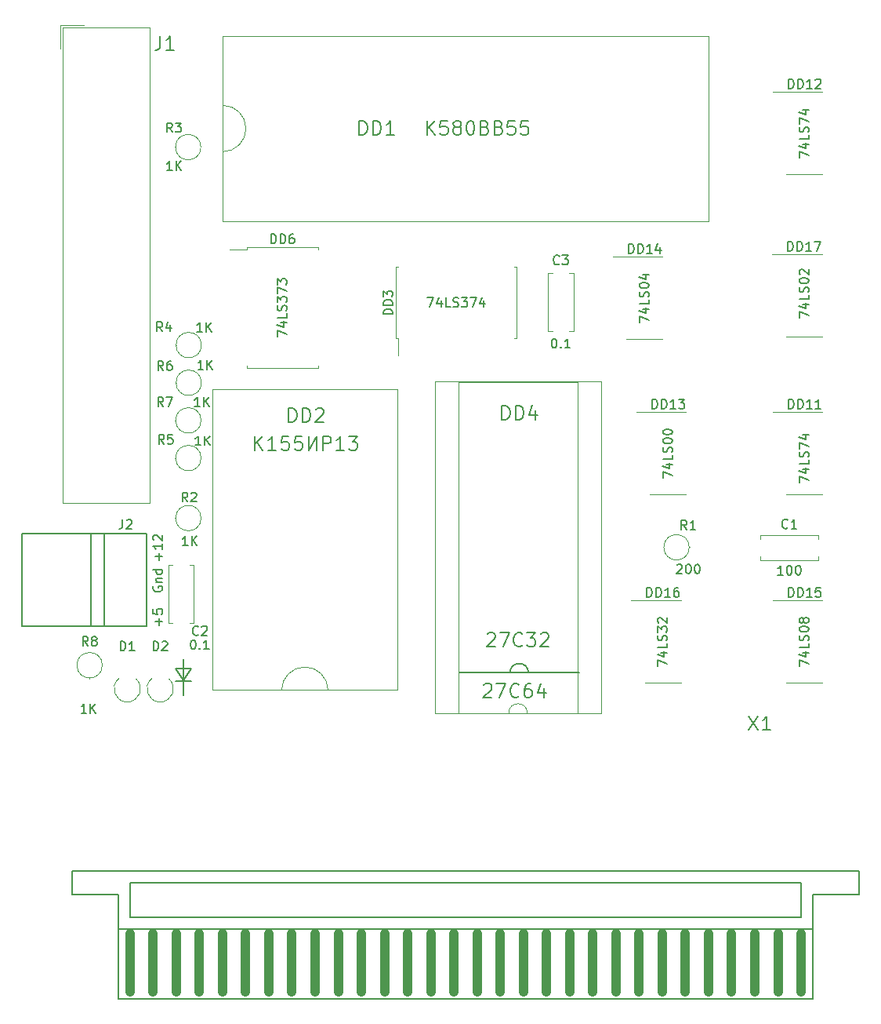
<source format=gbr>
G04 #@! TF.GenerationSoftware,KiCad,Pcbnew,(5.1.5)-3*
G04 #@! TF.CreationDate,2020-08-01T21:28:59-07:00*
G04 #@! TF.ProjectId,rk86kngmd,726b3836-6b6e-4676-9d64-2e6b69636164,rev?*
G04 #@! TF.SameCoordinates,Original*
G04 #@! TF.FileFunction,Legend,Top*
G04 #@! TF.FilePolarity,Positive*
%FSLAX46Y46*%
G04 Gerber Fmt 4.6, Leading zero omitted, Abs format (unit mm)*
G04 Created by KiCad (PCBNEW (5.1.5)-3) date 2020-08-01 21:28:59*
%MOMM*%
%LPD*%
G04 APERTURE LIST*
%ADD10C,0.150000*%
%ADD11C,0.127000*%
%ADD12C,0.120000*%
%ADD13C,1.000000*%
%ADD14C,0.200000*%
%ADD15C,0.010000*%
G04 APERTURE END LIST*
D10*
X91250000Y-118250000D02*
G75*
G02X93250000Y-118250000I1000000J0D01*
G01*
X98750000Y-118250000D02*
X85750000Y-118250000D01*
X55946500Y-116769600D02*
X55946500Y-120630400D01*
X55146400Y-119169900D02*
X56835500Y-119157200D01*
X55959200Y-119093700D02*
X55146400Y-117811000D01*
X56835500Y-117811000D02*
X55959200Y-119093700D01*
X55222600Y-117811000D02*
X56835500Y-117811000D01*
X52750000Y-108928857D02*
X52702380Y-109024095D01*
X52702380Y-109166952D01*
X52750000Y-109309809D01*
X52845238Y-109405047D01*
X52940476Y-109452666D01*
X53130952Y-109500285D01*
X53273809Y-109500285D01*
X53464285Y-109452666D01*
X53559523Y-109405047D01*
X53654761Y-109309809D01*
X53702380Y-109166952D01*
X53702380Y-109071714D01*
X53654761Y-108928857D01*
X53607142Y-108881238D01*
X53273809Y-108881238D01*
X53273809Y-109071714D01*
X53035714Y-108452666D02*
X53702380Y-108452666D01*
X53130952Y-108452666D02*
X53083333Y-108405047D01*
X53035714Y-108309809D01*
X53035714Y-108166952D01*
X53083333Y-108071714D01*
X53178571Y-108024095D01*
X53702380Y-108024095D01*
X53702380Y-107119333D02*
X52702380Y-107119333D01*
X53654761Y-107119333D02*
X53702380Y-107214571D01*
X53702380Y-107405047D01*
X53654761Y-107500285D01*
X53607142Y-107547904D01*
X53511904Y-107595523D01*
X53226190Y-107595523D01*
X53130952Y-107547904D01*
X53083333Y-107500285D01*
X53035714Y-107405047D01*
X53035714Y-107214571D01*
X53083333Y-107119333D01*
X53321428Y-113107142D02*
X53321428Y-112345238D01*
X53702380Y-112726190D02*
X52940476Y-112726190D01*
X52702380Y-111392857D02*
X52702380Y-111869047D01*
X53178571Y-111916666D01*
X53130952Y-111869047D01*
X53083333Y-111773809D01*
X53083333Y-111535714D01*
X53130952Y-111440476D01*
X53178571Y-111392857D01*
X53273809Y-111345238D01*
X53511904Y-111345238D01*
X53607142Y-111392857D01*
X53654761Y-111440476D01*
X53702380Y-111535714D01*
X53702380Y-111773809D01*
X53654761Y-111869047D01*
X53607142Y-111916666D01*
X53321428Y-106083333D02*
X53321428Y-105321428D01*
X53702380Y-105702380D02*
X52940476Y-105702380D01*
X53702380Y-104321428D02*
X53702380Y-104892857D01*
X53702380Y-104607142D02*
X52702380Y-104607142D01*
X52845238Y-104702380D01*
X52940476Y-104797619D01*
X52988095Y-104892857D01*
X52797619Y-103940476D02*
X52750000Y-103892857D01*
X52702380Y-103797619D01*
X52702380Y-103559523D01*
X52750000Y-103464285D01*
X52797619Y-103416666D01*
X52892857Y-103369047D01*
X52988095Y-103369047D01*
X53130952Y-103416666D01*
X53702380Y-103988095D01*
X53702380Y-103369047D01*
D11*
X47400000Y-103250000D02*
X47400000Y-113250000D01*
X46000000Y-103250000D02*
X46000000Y-113250000D01*
X47400000Y-103250000D02*
X52000000Y-103250000D01*
X46000000Y-103250000D02*
X47400000Y-103250000D01*
X38500000Y-103250000D02*
X46000000Y-103250000D01*
X38500000Y-113250000D02*
X38500000Y-103250000D01*
X46000000Y-113250000D02*
X38500000Y-113250000D01*
X47400000Y-113250000D02*
X46000000Y-113250000D01*
X52000000Y-113250000D02*
X47400000Y-113250000D01*
X52000000Y-103250000D02*
X52000000Y-113250000D01*
D12*
X97675000Y-75130000D02*
X98120000Y-75130000D01*
X95380000Y-75130000D02*
X95825000Y-75130000D01*
X97675000Y-81370000D02*
X98120000Y-81370000D01*
X95380000Y-81370000D02*
X95825000Y-81370000D01*
X98120000Y-81370000D02*
X98120000Y-75130000D01*
X95380000Y-81370000D02*
X95380000Y-75130000D01*
X56675000Y-106630000D02*
X57120000Y-106630000D01*
X54380000Y-106630000D02*
X54825000Y-106630000D01*
X56675000Y-112870000D02*
X57120000Y-112870000D01*
X54380000Y-112870000D02*
X54825000Y-112870000D01*
X57120000Y-112870000D02*
X57120000Y-106630000D01*
X54380000Y-112870000D02*
X54380000Y-106630000D01*
X83180000Y-122640000D02*
X101080000Y-122640000D01*
X83180000Y-86840000D02*
X83180000Y-122640000D01*
X101080000Y-86840000D02*
X83180000Y-86840000D01*
X101080000Y-122640000D02*
X101080000Y-86840000D01*
X85670000Y-122580000D02*
X91130000Y-122580000D01*
X85670000Y-86900000D02*
X85670000Y-122580000D01*
X98590000Y-86900000D02*
X85670000Y-86900000D01*
X98590000Y-122580000D02*
X98590000Y-86900000D01*
X93130000Y-122580000D02*
X98590000Y-122580000D01*
X91130000Y-122580000D02*
G75*
G02X93130000Y-122580000I1000000J0D01*
G01*
X45850000Y-118800000D02*
X45850000Y-118870000D01*
X47220000Y-117430000D02*
G75*
G03X47220000Y-117430000I-1370000J0D01*
G01*
X55148000Y-91014000D02*
X55078000Y-91014000D01*
X57888000Y-91014000D02*
G75*
G03X57888000Y-91014000I-1370000J0D01*
G01*
X55188600Y-86950000D02*
X55118600Y-86950000D01*
X57928600Y-86950000D02*
G75*
G03X57928600Y-86950000I-1370000J0D01*
G01*
X55148000Y-95078000D02*
X55078000Y-95078000D01*
X57888000Y-95078000D02*
G75*
G03X57888000Y-95078000I-1370000J0D01*
G01*
X55188600Y-82886000D02*
X55118600Y-82886000D01*
X57928600Y-82886000D02*
G75*
G03X57928600Y-82886000I-1370000J0D01*
G01*
X55122600Y-61524600D02*
X55052600Y-61524600D01*
X57862600Y-61524600D02*
G75*
G03X57862600Y-61524600I-1370000J0D01*
G01*
X55148000Y-101555000D02*
X55078000Y-101555000D01*
X57888000Y-101555000D02*
G75*
G03X57888000Y-101555000I-1370000J0D01*
G01*
X110620000Y-104705000D02*
X110690000Y-104705000D01*
X110620000Y-104705000D02*
G75*
G03X110620000Y-104705000I-1370000J0D01*
G01*
D13*
X122706000Y-146412000D02*
X122706000Y-152662000D01*
X120206000Y-146412000D02*
X120206000Y-152662000D01*
X117706000Y-146412000D02*
X117706000Y-152662000D01*
X115206000Y-146412000D02*
X115206000Y-152662000D01*
X112706000Y-146412000D02*
X112706000Y-152662000D01*
X110206000Y-146412000D02*
X110206000Y-152662000D01*
X107706000Y-146412000D02*
X107706000Y-152662000D01*
X105206000Y-146412000D02*
X105206000Y-152662000D01*
X102706000Y-146412000D02*
X102706000Y-152662000D01*
X100206000Y-146412000D02*
X100206000Y-152662000D01*
X97706000Y-146412000D02*
X97706000Y-152662000D01*
X95206000Y-146412000D02*
X95206000Y-152662000D01*
X92706000Y-146412000D02*
X92706000Y-152662000D01*
X90206000Y-146412000D02*
X90206000Y-152662000D01*
X87706000Y-146412000D02*
X87706000Y-152662000D01*
X85206000Y-146412000D02*
X85206000Y-152662000D01*
X82706000Y-146412000D02*
X82706000Y-152662000D01*
X80206000Y-146412000D02*
X80206000Y-152662000D01*
X77706000Y-146412000D02*
X77706000Y-152662000D01*
X75206000Y-146412000D02*
X75206000Y-152662000D01*
X72706000Y-146412000D02*
X72706000Y-152662000D01*
X70206000Y-146412000D02*
X70206000Y-152662000D01*
X67706000Y-146412000D02*
X67706000Y-152662000D01*
X65206000Y-146412000D02*
X65206000Y-152662000D01*
X62706000Y-146412000D02*
X62706000Y-152662000D01*
X60206000Y-146412000D02*
X60206000Y-152662000D01*
X57706000Y-146412000D02*
X57706000Y-152662000D01*
X55206000Y-146412000D02*
X55206000Y-152662000D01*
X52706000Y-146412000D02*
X52706000Y-152662000D01*
X50206000Y-146412000D02*
X50206000Y-152662000D01*
D14*
X43956000Y-139662000D02*
X128956000Y-139662000D01*
X128956000Y-139662000D02*
X128956000Y-142162000D01*
X128956000Y-142162000D02*
X123956000Y-142162000D01*
X123956000Y-142162000D02*
X123956000Y-145912000D01*
X123956000Y-145912000D02*
X48956000Y-145912000D01*
X48956000Y-145912000D02*
X48956000Y-142162000D01*
X48956000Y-142162000D02*
X43956000Y-142162000D01*
X43956000Y-142162000D02*
X43956000Y-139662000D01*
X123956000Y-145912000D02*
X123956000Y-153412000D01*
X123956000Y-153412000D02*
X48956000Y-153412000D01*
X48956000Y-153412000D02*
X48956000Y-145912000D01*
X50206000Y-140912000D02*
X50206000Y-144662000D01*
X50206000Y-144662000D02*
X122706000Y-144662000D01*
X122706000Y-144662000D02*
X122706000Y-140912000D01*
X122706000Y-140912000D02*
X50206000Y-140912000D01*
D12*
X124550000Y-105655000D02*
X124550000Y-106100000D01*
X124550000Y-103360000D02*
X124550000Y-103805000D01*
X118310000Y-105655000D02*
X118310000Y-106100000D01*
X118310000Y-103360000D02*
X118310000Y-103805000D01*
X118310000Y-106100000D02*
X124550000Y-106100000D01*
X118310000Y-103360000D02*
X124550000Y-103360000D01*
X123001000Y-73117000D02*
X119551000Y-73117000D01*
X123001000Y-73117000D02*
X124951000Y-73117000D01*
X123001000Y-81987000D02*
X121051000Y-81987000D01*
X123001000Y-81987000D02*
X124951000Y-81987000D01*
X107761000Y-110455000D02*
X104311000Y-110455000D01*
X107761000Y-110455000D02*
X109711000Y-110455000D01*
X107761000Y-119325000D02*
X105811000Y-119325000D01*
X107761000Y-119325000D02*
X109711000Y-119325000D01*
X123066000Y-110455000D02*
X119616000Y-110455000D01*
X123066000Y-110455000D02*
X125016000Y-110455000D01*
X123066000Y-119325000D02*
X121116000Y-119325000D01*
X123066000Y-119325000D02*
X125016000Y-119325000D01*
X105794000Y-73371000D02*
X102344000Y-73371000D01*
X105794000Y-73371000D02*
X107744000Y-73371000D01*
X105794000Y-82241000D02*
X103844000Y-82241000D01*
X105794000Y-82241000D02*
X107744000Y-82241000D01*
X108334000Y-90135000D02*
X104884000Y-90135000D01*
X108334000Y-90135000D02*
X110284000Y-90135000D01*
X108334000Y-99005000D02*
X106384000Y-99005000D01*
X108334000Y-99005000D02*
X110284000Y-99005000D01*
X123066000Y-55591000D02*
X119616000Y-55591000D01*
X123066000Y-55591000D02*
X125016000Y-55591000D01*
X123066000Y-64461000D02*
X121116000Y-64461000D01*
X123066000Y-64461000D02*
X125016000Y-64461000D01*
X123066000Y-90135000D02*
X119616000Y-90135000D01*
X123066000Y-90135000D02*
X125016000Y-90135000D01*
X123066000Y-99005000D02*
X121116000Y-99005000D01*
X123066000Y-99005000D02*
X125016000Y-99005000D01*
X62818000Y-72547000D02*
X61003000Y-72547000D01*
X62818000Y-72312000D02*
X62818000Y-72547000D01*
X66678000Y-72312000D02*
X62818000Y-72312000D01*
X70538000Y-72312000D02*
X70538000Y-72547000D01*
X66678000Y-72312000D02*
X70538000Y-72312000D01*
X62818000Y-85332000D02*
X62818000Y-85097000D01*
X66678000Y-85332000D02*
X62818000Y-85332000D01*
X70538000Y-85332000D02*
X70538000Y-85097000D01*
X66678000Y-85332000D02*
X70538000Y-85332000D01*
X79199000Y-82174000D02*
X79199000Y-83989000D01*
X78964000Y-82174000D02*
X79199000Y-82174000D01*
X78964000Y-78314000D02*
X78964000Y-82174000D01*
X78964000Y-74454000D02*
X79199000Y-74454000D01*
X78964000Y-78314000D02*
X78964000Y-74454000D01*
X91984000Y-82174000D02*
X91749000Y-82174000D01*
X91984000Y-78314000D02*
X91984000Y-82174000D01*
X91984000Y-74454000D02*
X91749000Y-74454000D01*
X91984000Y-78314000D02*
X91984000Y-74454000D01*
X54438866Y-118916150D02*
G75*
G02X52570000Y-118856761I-968866J-1053850D01*
G01*
X50882866Y-118916150D02*
G75*
G02X49014000Y-118856761I-968866J-1053850D01*
G01*
X42703000Y-48330000D02*
X45243000Y-48330000D01*
X42703000Y-48330000D02*
X42703000Y-50870000D01*
X42953000Y-48580000D02*
X52303000Y-48580000D01*
X42953000Y-99920000D02*
X42953000Y-48580000D01*
X52303000Y-99920000D02*
X42953000Y-99920000D01*
X52303000Y-48580000D02*
X52303000Y-99920000D01*
D15*
X79098000Y-87618000D02*
X79098000Y-120118000D01*
X59098000Y-87618000D02*
X79098000Y-87618000D01*
X59098000Y-120118000D02*
X59098000Y-87618000D01*
X79098000Y-120118000D02*
X59098000Y-120118000D01*
X71598000Y-120118000D02*
G75*
G03X69098000Y-117618000I-2500000J0D01*
G01*
X69098000Y-117618000D02*
G75*
G03X66598000Y-120118000I0J-2500000D01*
G01*
X62740000Y-59518000D02*
G75*
G03X60240000Y-57018000I-2500000J0D01*
G01*
X60240000Y-62018000D02*
G75*
G03X62740000Y-59518000I0J2500000D01*
G01*
X60240000Y-69518000D02*
X60240000Y-49518000D01*
X60240000Y-49518000D02*
X112740000Y-49518000D01*
X112740000Y-49518000D02*
X112740000Y-69518000D01*
X112740000Y-69518000D02*
X60240000Y-69518000D01*
D10*
X49416666Y-101702380D02*
X49416666Y-102416666D01*
X49369047Y-102559523D01*
X49273809Y-102654761D01*
X49130952Y-102702380D01*
X49035714Y-102702380D01*
X49845238Y-101797619D02*
X49892857Y-101750000D01*
X49988095Y-101702380D01*
X50226190Y-101702380D01*
X50321428Y-101750000D01*
X50369047Y-101797619D01*
X50416666Y-101892857D01*
X50416666Y-101988095D01*
X50369047Y-102130952D01*
X49797619Y-102702380D01*
X50416666Y-102702380D01*
X96583333Y-74107142D02*
X96535714Y-74154761D01*
X96392857Y-74202380D01*
X96297619Y-74202380D01*
X96154761Y-74154761D01*
X96059523Y-74059523D01*
X96011904Y-73964285D01*
X95964285Y-73773809D01*
X95964285Y-73630952D01*
X96011904Y-73440476D01*
X96059523Y-73345238D01*
X96154761Y-73250000D01*
X96297619Y-73202380D01*
X96392857Y-73202380D01*
X96535714Y-73250000D01*
X96583333Y-73297619D01*
X96916666Y-73202380D02*
X97535714Y-73202380D01*
X97202380Y-73583333D01*
X97345238Y-73583333D01*
X97440476Y-73630952D01*
X97488095Y-73678571D01*
X97535714Y-73773809D01*
X97535714Y-74011904D01*
X97488095Y-74107142D01*
X97440476Y-74154761D01*
X97345238Y-74202380D01*
X97059523Y-74202380D01*
X96964285Y-74154761D01*
X96916666Y-74107142D01*
X95988095Y-82202380D02*
X96083333Y-82202380D01*
X96178571Y-82250000D01*
X96226190Y-82297619D01*
X96273809Y-82392857D01*
X96321428Y-82583333D01*
X96321428Y-82821428D01*
X96273809Y-83011904D01*
X96226190Y-83107142D01*
X96178571Y-83154761D01*
X96083333Y-83202380D01*
X95988095Y-83202380D01*
X95892857Y-83154761D01*
X95845238Y-83107142D01*
X95797619Y-83011904D01*
X95750000Y-82821428D01*
X95750000Y-82583333D01*
X95797619Y-82392857D01*
X95845238Y-82297619D01*
X95892857Y-82250000D01*
X95988095Y-82202380D01*
X96750000Y-83107142D02*
X96797619Y-83154761D01*
X96750000Y-83202380D01*
X96702380Y-83154761D01*
X96750000Y-83107142D01*
X96750000Y-83202380D01*
X97750000Y-83202380D02*
X97178571Y-83202380D01*
X97464285Y-83202380D02*
X97464285Y-82202380D01*
X97369047Y-82345238D01*
X97273809Y-82440476D01*
X97178571Y-82488095D01*
X57583333Y-114107142D02*
X57535714Y-114154761D01*
X57392857Y-114202380D01*
X57297619Y-114202380D01*
X57154761Y-114154761D01*
X57059523Y-114059523D01*
X57011904Y-113964285D01*
X56964285Y-113773809D01*
X56964285Y-113630952D01*
X57011904Y-113440476D01*
X57059523Y-113345238D01*
X57154761Y-113250000D01*
X57297619Y-113202380D01*
X57392857Y-113202380D01*
X57535714Y-113250000D01*
X57583333Y-113297619D01*
X57964285Y-113297619D02*
X58011904Y-113250000D01*
X58107142Y-113202380D01*
X58345238Y-113202380D01*
X58440476Y-113250000D01*
X58488095Y-113297619D01*
X58535714Y-113392857D01*
X58535714Y-113488095D01*
X58488095Y-113630952D01*
X57916666Y-114202380D01*
X58535714Y-114202380D01*
X56988095Y-114702380D02*
X57083333Y-114702380D01*
X57178571Y-114750000D01*
X57226190Y-114797619D01*
X57273809Y-114892857D01*
X57321428Y-115083333D01*
X57321428Y-115321428D01*
X57273809Y-115511904D01*
X57226190Y-115607142D01*
X57178571Y-115654761D01*
X57083333Y-115702380D01*
X56988095Y-115702380D01*
X56892857Y-115654761D01*
X56845238Y-115607142D01*
X56797619Y-115511904D01*
X56750000Y-115321428D01*
X56750000Y-115083333D01*
X56797619Y-114892857D01*
X56845238Y-114797619D01*
X56892857Y-114750000D01*
X56988095Y-114702380D01*
X57750000Y-115607142D02*
X57797619Y-115654761D01*
X57750000Y-115702380D01*
X57702380Y-115654761D01*
X57750000Y-115607142D01*
X57750000Y-115702380D01*
X58750000Y-115702380D02*
X58178571Y-115702380D01*
X58464285Y-115702380D02*
X58464285Y-114702380D01*
X58369047Y-114845238D01*
X58273809Y-114940476D01*
X58178571Y-114988095D01*
X90392857Y-90928571D02*
X90392857Y-89428571D01*
X90750000Y-89428571D01*
X90964285Y-89500000D01*
X91107142Y-89642857D01*
X91178571Y-89785714D01*
X91250000Y-90071428D01*
X91250000Y-90285714D01*
X91178571Y-90571428D01*
X91107142Y-90714285D01*
X90964285Y-90857142D01*
X90750000Y-90928571D01*
X90392857Y-90928571D01*
X91892857Y-90928571D02*
X91892857Y-89428571D01*
X92250000Y-89428571D01*
X92464285Y-89500000D01*
X92607142Y-89642857D01*
X92678571Y-89785714D01*
X92750000Y-90071428D01*
X92750000Y-90285714D01*
X92678571Y-90571428D01*
X92607142Y-90714285D01*
X92464285Y-90857142D01*
X92250000Y-90928571D01*
X91892857Y-90928571D01*
X94035714Y-89928571D02*
X94035714Y-90928571D01*
X93678571Y-89357142D02*
X93321428Y-90428571D01*
X94250000Y-90428571D01*
X88428571Y-119571428D02*
X88500000Y-119500000D01*
X88642857Y-119428571D01*
X89000000Y-119428571D01*
X89142857Y-119500000D01*
X89214285Y-119571428D01*
X89285714Y-119714285D01*
X89285714Y-119857142D01*
X89214285Y-120071428D01*
X88357142Y-120928571D01*
X89285714Y-120928571D01*
X89785714Y-119428571D02*
X90785714Y-119428571D01*
X90142857Y-120928571D01*
X92214285Y-120785714D02*
X92142857Y-120857142D01*
X91928571Y-120928571D01*
X91785714Y-120928571D01*
X91571428Y-120857142D01*
X91428571Y-120714285D01*
X91357142Y-120571428D01*
X91285714Y-120285714D01*
X91285714Y-120071428D01*
X91357142Y-119785714D01*
X91428571Y-119642857D01*
X91571428Y-119500000D01*
X91785714Y-119428571D01*
X91928571Y-119428571D01*
X92142857Y-119500000D01*
X92214285Y-119571428D01*
X93500000Y-119428571D02*
X93214285Y-119428571D01*
X93071428Y-119500000D01*
X93000000Y-119571428D01*
X92857142Y-119785714D01*
X92785714Y-120071428D01*
X92785714Y-120642857D01*
X92857142Y-120785714D01*
X92928571Y-120857142D01*
X93071428Y-120928571D01*
X93357142Y-120928571D01*
X93500000Y-120857142D01*
X93571428Y-120785714D01*
X93642857Y-120642857D01*
X93642857Y-120285714D01*
X93571428Y-120142857D01*
X93500000Y-120071428D01*
X93357142Y-120000000D01*
X93071428Y-120000000D01*
X92928571Y-120071428D01*
X92857142Y-120142857D01*
X92785714Y-120285714D01*
X94928571Y-119928571D02*
X94928571Y-120928571D01*
X94571428Y-119357142D02*
X94214285Y-120428571D01*
X95142857Y-120428571D01*
X88808571Y-114071428D02*
X88880000Y-114000000D01*
X89022857Y-113928571D01*
X89380000Y-113928571D01*
X89522857Y-114000000D01*
X89594285Y-114071428D01*
X89665714Y-114214285D01*
X89665714Y-114357142D01*
X89594285Y-114571428D01*
X88737142Y-115428571D01*
X89665714Y-115428571D01*
X90165714Y-113928571D02*
X91165714Y-113928571D01*
X90522857Y-115428571D01*
X92594285Y-115285714D02*
X92522857Y-115357142D01*
X92308571Y-115428571D01*
X92165714Y-115428571D01*
X91951428Y-115357142D01*
X91808571Y-115214285D01*
X91737142Y-115071428D01*
X91665714Y-114785714D01*
X91665714Y-114571428D01*
X91737142Y-114285714D01*
X91808571Y-114142857D01*
X91951428Y-114000000D01*
X92165714Y-113928571D01*
X92308571Y-113928571D01*
X92522857Y-114000000D01*
X92594285Y-114071428D01*
X93094285Y-113928571D02*
X94022857Y-113928571D01*
X93522857Y-114500000D01*
X93737142Y-114500000D01*
X93880000Y-114571428D01*
X93951428Y-114642857D01*
X94022857Y-114785714D01*
X94022857Y-115142857D01*
X93951428Y-115285714D01*
X93880000Y-115357142D01*
X93737142Y-115428571D01*
X93308571Y-115428571D01*
X93165714Y-115357142D01*
X93094285Y-115285714D01*
X94594285Y-114071428D02*
X94665714Y-114000000D01*
X94808571Y-113928571D01*
X95165714Y-113928571D01*
X95308571Y-114000000D01*
X95380000Y-114071428D01*
X95451428Y-114214285D01*
X95451428Y-114357142D01*
X95380000Y-114571428D01*
X94522857Y-115428571D01*
X95451428Y-115428571D01*
X45683333Y-115342380D02*
X45350000Y-114866190D01*
X45111904Y-115342380D02*
X45111904Y-114342380D01*
X45492857Y-114342380D01*
X45588095Y-114390000D01*
X45635714Y-114437619D01*
X45683333Y-114532857D01*
X45683333Y-114675714D01*
X45635714Y-114770952D01*
X45588095Y-114818571D01*
X45492857Y-114866190D01*
X45111904Y-114866190D01*
X46254761Y-114770952D02*
X46159523Y-114723333D01*
X46111904Y-114675714D01*
X46064285Y-114580476D01*
X46064285Y-114532857D01*
X46111904Y-114437619D01*
X46159523Y-114390000D01*
X46254761Y-114342380D01*
X46445238Y-114342380D01*
X46540476Y-114390000D01*
X46588095Y-114437619D01*
X46635714Y-114532857D01*
X46635714Y-114580476D01*
X46588095Y-114675714D01*
X46540476Y-114723333D01*
X46445238Y-114770952D01*
X46254761Y-114770952D01*
X46159523Y-114818571D01*
X46111904Y-114866190D01*
X46064285Y-114961428D01*
X46064285Y-115151904D01*
X46111904Y-115247142D01*
X46159523Y-115294761D01*
X46254761Y-115342380D01*
X46445238Y-115342380D01*
X46540476Y-115294761D01*
X46588095Y-115247142D01*
X46635714Y-115151904D01*
X46635714Y-114961428D01*
X46588095Y-114866190D01*
X46540476Y-114818571D01*
X46445238Y-114770952D01*
X45508714Y-122581380D02*
X44937285Y-122581380D01*
X45223000Y-122581380D02*
X45223000Y-121581380D01*
X45127761Y-121724238D01*
X45032523Y-121819476D01*
X44937285Y-121867095D01*
X45937285Y-122581380D02*
X45937285Y-121581380D01*
X46508714Y-122581380D02*
X46080142Y-122009952D01*
X46508714Y-121581380D02*
X45937285Y-122152809D01*
X53811333Y-89510580D02*
X53478000Y-89034390D01*
X53239904Y-89510580D02*
X53239904Y-88510580D01*
X53620857Y-88510580D01*
X53716095Y-88558200D01*
X53763714Y-88605819D01*
X53811333Y-88701057D01*
X53811333Y-88843914D01*
X53763714Y-88939152D01*
X53716095Y-88986771D01*
X53620857Y-89034390D01*
X53239904Y-89034390D01*
X54144666Y-88510580D02*
X54811333Y-88510580D01*
X54382761Y-89510580D01*
X57751514Y-89510580D02*
X57180085Y-89510580D01*
X57465800Y-89510580D02*
X57465800Y-88510580D01*
X57370561Y-88653438D01*
X57275323Y-88748676D01*
X57180085Y-88796295D01*
X58180085Y-89510580D02*
X58180085Y-88510580D01*
X58751514Y-89510580D02*
X58322942Y-88939152D01*
X58751514Y-88510580D02*
X58180085Y-89082009D01*
X53811293Y-85598980D02*
X53477960Y-85122790D01*
X53239864Y-85598980D02*
X53239864Y-84598980D01*
X53620817Y-84598980D01*
X53716055Y-84646600D01*
X53763674Y-84694219D01*
X53811293Y-84789457D01*
X53811293Y-84932314D01*
X53763674Y-85027552D01*
X53716055Y-85075171D01*
X53620817Y-85122790D01*
X53239864Y-85122790D01*
X54668436Y-84598980D02*
X54477960Y-84598980D01*
X54382721Y-84646600D01*
X54335102Y-84694219D01*
X54239864Y-84837076D01*
X54192245Y-85027552D01*
X54192245Y-85408504D01*
X54239864Y-85503742D01*
X54287483Y-85551361D01*
X54382721Y-85598980D01*
X54573198Y-85598980D01*
X54668436Y-85551361D01*
X54716055Y-85503742D01*
X54763674Y-85408504D01*
X54763674Y-85170409D01*
X54716055Y-85075171D01*
X54668436Y-85027552D01*
X54573198Y-84979933D01*
X54382721Y-84979933D01*
X54287483Y-85027552D01*
X54239864Y-85075171D01*
X54192245Y-85170409D01*
X58132474Y-85497380D02*
X57561045Y-85497380D01*
X57846760Y-85497380D02*
X57846760Y-84497380D01*
X57751521Y-84640238D01*
X57656283Y-84735476D01*
X57561045Y-84783095D01*
X58561045Y-85497380D02*
X58561045Y-84497380D01*
X59132474Y-85497380D02*
X58703902Y-84925952D01*
X59132474Y-84497380D02*
X58561045Y-85068809D01*
X53887533Y-93549180D02*
X53554200Y-93072990D01*
X53316104Y-93549180D02*
X53316104Y-92549180D01*
X53697057Y-92549180D01*
X53792295Y-92596800D01*
X53839914Y-92644419D01*
X53887533Y-92739657D01*
X53887533Y-92882514D01*
X53839914Y-92977752D01*
X53792295Y-93025371D01*
X53697057Y-93072990D01*
X53316104Y-93072990D01*
X54792295Y-92549180D02*
X54316104Y-92549180D01*
X54268485Y-93025371D01*
X54316104Y-92977752D01*
X54411342Y-92930133D01*
X54649438Y-92930133D01*
X54744676Y-92977752D01*
X54792295Y-93025371D01*
X54839914Y-93120609D01*
X54839914Y-93358704D01*
X54792295Y-93453942D01*
X54744676Y-93501561D01*
X54649438Y-93549180D01*
X54411342Y-93549180D01*
X54316104Y-93501561D01*
X54268485Y-93453942D01*
X57853114Y-93701580D02*
X57281685Y-93701580D01*
X57567400Y-93701580D02*
X57567400Y-92701580D01*
X57472161Y-92844438D01*
X57376923Y-92939676D01*
X57281685Y-92987295D01*
X58281685Y-93701580D02*
X58281685Y-92701580D01*
X58853114Y-93701580D02*
X58424542Y-93130152D01*
X58853114Y-92701580D02*
X58281685Y-93273009D01*
X53709693Y-81407980D02*
X53376360Y-80931790D01*
X53138264Y-81407980D02*
X53138264Y-80407980D01*
X53519217Y-80407980D01*
X53614455Y-80455600D01*
X53662074Y-80503219D01*
X53709693Y-80598457D01*
X53709693Y-80741314D01*
X53662074Y-80836552D01*
X53614455Y-80884171D01*
X53519217Y-80931790D01*
X53138264Y-80931790D01*
X54566836Y-80741314D02*
X54566836Y-81407980D01*
X54328740Y-80360361D02*
X54090645Y-81074647D01*
X54709693Y-81074647D01*
X58005474Y-81458780D02*
X57434045Y-81458780D01*
X57719760Y-81458780D02*
X57719760Y-80458780D01*
X57624521Y-80601638D01*
X57529283Y-80696876D01*
X57434045Y-80744495D01*
X58434045Y-81458780D02*
X58434045Y-80458780D01*
X59005474Y-81458780D02*
X58576902Y-80887352D01*
X59005474Y-80458780D02*
X58434045Y-81030209D01*
X54789233Y-59906880D02*
X54455900Y-59430690D01*
X54217804Y-59906880D02*
X54217804Y-58906880D01*
X54598757Y-58906880D01*
X54693995Y-58954500D01*
X54741614Y-59002119D01*
X54789233Y-59097357D01*
X54789233Y-59240214D01*
X54741614Y-59335452D01*
X54693995Y-59383071D01*
X54598757Y-59430690D01*
X54217804Y-59430690D01*
X55122566Y-58906880D02*
X55741614Y-58906880D01*
X55408280Y-59287833D01*
X55551138Y-59287833D01*
X55646376Y-59335452D01*
X55693995Y-59383071D01*
X55741614Y-59478309D01*
X55741614Y-59716404D01*
X55693995Y-59811642D01*
X55646376Y-59859261D01*
X55551138Y-59906880D01*
X55265423Y-59906880D01*
X55170185Y-59859261D01*
X55122566Y-59811642D01*
X54767014Y-64034380D02*
X54195585Y-64034380D01*
X54481300Y-64034380D02*
X54481300Y-63034380D01*
X54386061Y-63177238D01*
X54290823Y-63272476D01*
X54195585Y-63320095D01*
X55195585Y-64034380D02*
X55195585Y-63034380D01*
X55767014Y-64034380D02*
X55338442Y-63462952D01*
X55767014Y-63034380D02*
X55195585Y-63605809D01*
X56427533Y-99797580D02*
X56094200Y-99321390D01*
X55856104Y-99797580D02*
X55856104Y-98797580D01*
X56237057Y-98797580D01*
X56332295Y-98845200D01*
X56379914Y-98892819D01*
X56427533Y-98988057D01*
X56427533Y-99130914D01*
X56379914Y-99226152D01*
X56332295Y-99273771D01*
X56237057Y-99321390D01*
X55856104Y-99321390D01*
X56808485Y-98892819D02*
X56856104Y-98845200D01*
X56951342Y-98797580D01*
X57189438Y-98797580D01*
X57284676Y-98845200D01*
X57332295Y-98892819D01*
X57379914Y-98988057D01*
X57379914Y-99083295D01*
X57332295Y-99226152D01*
X56760866Y-99797580D01*
X57379914Y-99797580D01*
X56456114Y-104496580D02*
X55884685Y-104496580D01*
X56170400Y-104496580D02*
X56170400Y-103496580D01*
X56075161Y-103639438D01*
X55979923Y-103734676D01*
X55884685Y-103782295D01*
X56884685Y-104496580D02*
X56884685Y-103496580D01*
X57456114Y-104496580D02*
X57027542Y-103925152D01*
X57456114Y-103496580D02*
X56884685Y-104068009D01*
X110353333Y-102787380D02*
X110020000Y-102311190D01*
X109781904Y-102787380D02*
X109781904Y-101787380D01*
X110162857Y-101787380D01*
X110258095Y-101835000D01*
X110305714Y-101882619D01*
X110353333Y-101977857D01*
X110353333Y-102120714D01*
X110305714Y-102215952D01*
X110258095Y-102263571D01*
X110162857Y-102311190D01*
X109781904Y-102311190D01*
X111305714Y-102787380D02*
X110734285Y-102787380D01*
X111020000Y-102787380D02*
X111020000Y-101787380D01*
X110924761Y-101930238D01*
X110829523Y-102025476D01*
X110734285Y-102073095D01*
X109281904Y-106622619D02*
X109329523Y-106575000D01*
X109424761Y-106527380D01*
X109662857Y-106527380D01*
X109758095Y-106575000D01*
X109805714Y-106622619D01*
X109853333Y-106717857D01*
X109853333Y-106813095D01*
X109805714Y-106955952D01*
X109234285Y-107527380D01*
X109853333Y-107527380D01*
X110472380Y-106527380D02*
X110567619Y-106527380D01*
X110662857Y-106575000D01*
X110710476Y-106622619D01*
X110758095Y-106717857D01*
X110805714Y-106908333D01*
X110805714Y-107146428D01*
X110758095Y-107336904D01*
X110710476Y-107432142D01*
X110662857Y-107479761D01*
X110567619Y-107527380D01*
X110472380Y-107527380D01*
X110377142Y-107479761D01*
X110329523Y-107432142D01*
X110281904Y-107336904D01*
X110234285Y-107146428D01*
X110234285Y-106908333D01*
X110281904Y-106717857D01*
X110329523Y-106622619D01*
X110377142Y-106575000D01*
X110472380Y-106527380D01*
X111424761Y-106527380D02*
X111520000Y-106527380D01*
X111615238Y-106575000D01*
X111662857Y-106622619D01*
X111710476Y-106717857D01*
X111758095Y-106908333D01*
X111758095Y-107146428D01*
X111710476Y-107336904D01*
X111662857Y-107432142D01*
X111615238Y-107479761D01*
X111520000Y-107527380D01*
X111424761Y-107527380D01*
X111329523Y-107479761D01*
X111281904Y-107432142D01*
X111234285Y-107336904D01*
X111186666Y-107146428D01*
X111186666Y-106908333D01*
X111234285Y-106717857D01*
X111281904Y-106622619D01*
X111329523Y-106575000D01*
X111424761Y-106527380D01*
X117035714Y-122928571D02*
X118035714Y-124428571D01*
X118035714Y-122928571D02*
X117035714Y-124428571D01*
X119392857Y-124428571D02*
X118535714Y-124428571D01*
X118964285Y-124428571D02*
X118964285Y-122928571D01*
X118821428Y-123142857D01*
X118678571Y-123285714D01*
X118535714Y-123357142D01*
X121263333Y-102587142D02*
X121215714Y-102634761D01*
X121072857Y-102682380D01*
X120977619Y-102682380D01*
X120834761Y-102634761D01*
X120739523Y-102539523D01*
X120691904Y-102444285D01*
X120644285Y-102253809D01*
X120644285Y-102110952D01*
X120691904Y-101920476D01*
X120739523Y-101825238D01*
X120834761Y-101730000D01*
X120977619Y-101682380D01*
X121072857Y-101682380D01*
X121215714Y-101730000D01*
X121263333Y-101777619D01*
X122215714Y-102682380D02*
X121644285Y-102682380D01*
X121930000Y-102682380D02*
X121930000Y-101682380D01*
X121834761Y-101825238D01*
X121739523Y-101920476D01*
X121644285Y-101968095D01*
X120763333Y-107682380D02*
X120191904Y-107682380D01*
X120477619Y-107682380D02*
X120477619Y-106682380D01*
X120382380Y-106825238D01*
X120287142Y-106920476D01*
X120191904Y-106968095D01*
X121382380Y-106682380D02*
X121477619Y-106682380D01*
X121572857Y-106730000D01*
X121620476Y-106777619D01*
X121668095Y-106872857D01*
X121715714Y-107063333D01*
X121715714Y-107301428D01*
X121668095Y-107491904D01*
X121620476Y-107587142D01*
X121572857Y-107634761D01*
X121477619Y-107682380D01*
X121382380Y-107682380D01*
X121287142Y-107634761D01*
X121239523Y-107587142D01*
X121191904Y-107491904D01*
X121144285Y-107301428D01*
X121144285Y-107063333D01*
X121191904Y-106872857D01*
X121239523Y-106777619D01*
X121287142Y-106730000D01*
X121382380Y-106682380D01*
X122334761Y-106682380D02*
X122430000Y-106682380D01*
X122525238Y-106730000D01*
X122572857Y-106777619D01*
X122620476Y-106872857D01*
X122668095Y-107063333D01*
X122668095Y-107301428D01*
X122620476Y-107491904D01*
X122572857Y-107587142D01*
X122525238Y-107634761D01*
X122430000Y-107682380D01*
X122334761Y-107682380D01*
X122239523Y-107634761D01*
X122191904Y-107587142D01*
X122144285Y-107491904D01*
X122096666Y-107301428D01*
X122096666Y-107063333D01*
X122144285Y-106872857D01*
X122191904Y-106777619D01*
X122239523Y-106730000D01*
X122334761Y-106682380D01*
X121286714Y-72724380D02*
X121286714Y-71724380D01*
X121524809Y-71724380D01*
X121667666Y-71772000D01*
X121762904Y-71867238D01*
X121810523Y-71962476D01*
X121858142Y-72152952D01*
X121858142Y-72295809D01*
X121810523Y-72486285D01*
X121762904Y-72581523D01*
X121667666Y-72676761D01*
X121524809Y-72724380D01*
X121286714Y-72724380D01*
X122286714Y-72724380D02*
X122286714Y-71724380D01*
X122524809Y-71724380D01*
X122667666Y-71772000D01*
X122762904Y-71867238D01*
X122810523Y-71962476D01*
X122858142Y-72152952D01*
X122858142Y-72295809D01*
X122810523Y-72486285D01*
X122762904Y-72581523D01*
X122667666Y-72676761D01*
X122524809Y-72724380D01*
X122286714Y-72724380D01*
X123810523Y-72724380D02*
X123239095Y-72724380D01*
X123524809Y-72724380D02*
X123524809Y-71724380D01*
X123429571Y-71867238D01*
X123334333Y-71962476D01*
X123239095Y-72010095D01*
X124143857Y-71724380D02*
X124810523Y-71724380D01*
X124381952Y-72724380D01*
X122518380Y-79940857D02*
X122518380Y-79274190D01*
X123518380Y-79702761D01*
X122851714Y-78464666D02*
X123518380Y-78464666D01*
X122470761Y-78702761D02*
X123185047Y-78940857D01*
X123185047Y-78321809D01*
X123518380Y-77464666D02*
X123518380Y-77940857D01*
X122518380Y-77940857D01*
X123470761Y-77178952D02*
X123518380Y-77036095D01*
X123518380Y-76798000D01*
X123470761Y-76702761D01*
X123423142Y-76655142D01*
X123327904Y-76607523D01*
X123232666Y-76607523D01*
X123137428Y-76655142D01*
X123089809Y-76702761D01*
X123042190Y-76798000D01*
X122994571Y-76988476D01*
X122946952Y-77083714D01*
X122899333Y-77131333D01*
X122804095Y-77178952D01*
X122708857Y-77178952D01*
X122613619Y-77131333D01*
X122566000Y-77083714D01*
X122518380Y-76988476D01*
X122518380Y-76750380D01*
X122566000Y-76607523D01*
X122518380Y-75988476D02*
X122518380Y-75893238D01*
X122566000Y-75798000D01*
X122613619Y-75750380D01*
X122708857Y-75702761D01*
X122899333Y-75655142D01*
X123137428Y-75655142D01*
X123327904Y-75702761D01*
X123423142Y-75750380D01*
X123470761Y-75798000D01*
X123518380Y-75893238D01*
X123518380Y-75988476D01*
X123470761Y-76083714D01*
X123423142Y-76131333D01*
X123327904Y-76178952D01*
X123137428Y-76226571D01*
X122899333Y-76226571D01*
X122708857Y-76178952D01*
X122613619Y-76131333D01*
X122566000Y-76083714D01*
X122518380Y-75988476D01*
X122613619Y-75274190D02*
X122566000Y-75226571D01*
X122518380Y-75131333D01*
X122518380Y-74893238D01*
X122566000Y-74798000D01*
X122613619Y-74750380D01*
X122708857Y-74702761D01*
X122804095Y-74702761D01*
X122946952Y-74750380D01*
X123518380Y-75321809D01*
X123518380Y-74702761D01*
X106046714Y-110062380D02*
X106046714Y-109062380D01*
X106284809Y-109062380D01*
X106427666Y-109110000D01*
X106522904Y-109205238D01*
X106570523Y-109300476D01*
X106618142Y-109490952D01*
X106618142Y-109633809D01*
X106570523Y-109824285D01*
X106522904Y-109919523D01*
X106427666Y-110014761D01*
X106284809Y-110062380D01*
X106046714Y-110062380D01*
X107046714Y-110062380D02*
X107046714Y-109062380D01*
X107284809Y-109062380D01*
X107427666Y-109110000D01*
X107522904Y-109205238D01*
X107570523Y-109300476D01*
X107618142Y-109490952D01*
X107618142Y-109633809D01*
X107570523Y-109824285D01*
X107522904Y-109919523D01*
X107427666Y-110014761D01*
X107284809Y-110062380D01*
X107046714Y-110062380D01*
X108570523Y-110062380D02*
X107999095Y-110062380D01*
X108284809Y-110062380D02*
X108284809Y-109062380D01*
X108189571Y-109205238D01*
X108094333Y-109300476D01*
X107999095Y-109348095D01*
X109427666Y-109062380D02*
X109237190Y-109062380D01*
X109141952Y-109110000D01*
X109094333Y-109157619D01*
X108999095Y-109300476D01*
X108951476Y-109490952D01*
X108951476Y-109871904D01*
X108999095Y-109967142D01*
X109046714Y-110014761D01*
X109141952Y-110062380D01*
X109332428Y-110062380D01*
X109427666Y-110014761D01*
X109475285Y-109967142D01*
X109522904Y-109871904D01*
X109522904Y-109633809D01*
X109475285Y-109538571D01*
X109427666Y-109490952D01*
X109332428Y-109443333D01*
X109141952Y-109443333D01*
X109046714Y-109490952D01*
X108999095Y-109538571D01*
X108951476Y-109633809D01*
X107213380Y-117532857D02*
X107213380Y-116866190D01*
X108213380Y-117294761D01*
X107546714Y-116056666D02*
X108213380Y-116056666D01*
X107165761Y-116294761D02*
X107880047Y-116532857D01*
X107880047Y-115913809D01*
X108213380Y-115056666D02*
X108213380Y-115532857D01*
X107213380Y-115532857D01*
X108165761Y-114770952D02*
X108213380Y-114628095D01*
X108213380Y-114390000D01*
X108165761Y-114294761D01*
X108118142Y-114247142D01*
X108022904Y-114199523D01*
X107927666Y-114199523D01*
X107832428Y-114247142D01*
X107784809Y-114294761D01*
X107737190Y-114390000D01*
X107689571Y-114580476D01*
X107641952Y-114675714D01*
X107594333Y-114723333D01*
X107499095Y-114770952D01*
X107403857Y-114770952D01*
X107308619Y-114723333D01*
X107261000Y-114675714D01*
X107213380Y-114580476D01*
X107213380Y-114342380D01*
X107261000Y-114199523D01*
X107213380Y-113866190D02*
X107213380Y-113247142D01*
X107594333Y-113580476D01*
X107594333Y-113437619D01*
X107641952Y-113342380D01*
X107689571Y-113294761D01*
X107784809Y-113247142D01*
X108022904Y-113247142D01*
X108118142Y-113294761D01*
X108165761Y-113342380D01*
X108213380Y-113437619D01*
X108213380Y-113723333D01*
X108165761Y-113818571D01*
X108118142Y-113866190D01*
X107308619Y-112866190D02*
X107261000Y-112818571D01*
X107213380Y-112723333D01*
X107213380Y-112485238D01*
X107261000Y-112390000D01*
X107308619Y-112342380D01*
X107403857Y-112294761D01*
X107499095Y-112294761D01*
X107641952Y-112342380D01*
X108213380Y-112913809D01*
X108213380Y-112294761D01*
X121351714Y-110062380D02*
X121351714Y-109062380D01*
X121589809Y-109062380D01*
X121732666Y-109110000D01*
X121827904Y-109205238D01*
X121875523Y-109300476D01*
X121923142Y-109490952D01*
X121923142Y-109633809D01*
X121875523Y-109824285D01*
X121827904Y-109919523D01*
X121732666Y-110014761D01*
X121589809Y-110062380D01*
X121351714Y-110062380D01*
X122351714Y-110062380D02*
X122351714Y-109062380D01*
X122589809Y-109062380D01*
X122732666Y-109110000D01*
X122827904Y-109205238D01*
X122875523Y-109300476D01*
X122923142Y-109490952D01*
X122923142Y-109633809D01*
X122875523Y-109824285D01*
X122827904Y-109919523D01*
X122732666Y-110014761D01*
X122589809Y-110062380D01*
X122351714Y-110062380D01*
X123875523Y-110062380D02*
X123304095Y-110062380D01*
X123589809Y-110062380D02*
X123589809Y-109062380D01*
X123494571Y-109205238D01*
X123399333Y-109300476D01*
X123304095Y-109348095D01*
X124780285Y-109062380D02*
X124304095Y-109062380D01*
X124256476Y-109538571D01*
X124304095Y-109490952D01*
X124399333Y-109443333D01*
X124637428Y-109443333D01*
X124732666Y-109490952D01*
X124780285Y-109538571D01*
X124827904Y-109633809D01*
X124827904Y-109871904D01*
X124780285Y-109967142D01*
X124732666Y-110014761D01*
X124637428Y-110062380D01*
X124399333Y-110062380D01*
X124304095Y-110014761D01*
X124256476Y-109967142D01*
X122518380Y-117532857D02*
X122518380Y-116866190D01*
X123518380Y-117294761D01*
X122851714Y-116056666D02*
X123518380Y-116056666D01*
X122470761Y-116294761D02*
X123185047Y-116532857D01*
X123185047Y-115913809D01*
X123518380Y-115056666D02*
X123518380Y-115532857D01*
X122518380Y-115532857D01*
X123470761Y-114770952D02*
X123518380Y-114628095D01*
X123518380Y-114390000D01*
X123470761Y-114294761D01*
X123423142Y-114247142D01*
X123327904Y-114199523D01*
X123232666Y-114199523D01*
X123137428Y-114247142D01*
X123089809Y-114294761D01*
X123042190Y-114390000D01*
X122994571Y-114580476D01*
X122946952Y-114675714D01*
X122899333Y-114723333D01*
X122804095Y-114770952D01*
X122708857Y-114770952D01*
X122613619Y-114723333D01*
X122566000Y-114675714D01*
X122518380Y-114580476D01*
X122518380Y-114342380D01*
X122566000Y-114199523D01*
X122518380Y-113580476D02*
X122518380Y-113485238D01*
X122566000Y-113390000D01*
X122613619Y-113342380D01*
X122708857Y-113294761D01*
X122899333Y-113247142D01*
X123137428Y-113247142D01*
X123327904Y-113294761D01*
X123423142Y-113342380D01*
X123470761Y-113390000D01*
X123518380Y-113485238D01*
X123518380Y-113580476D01*
X123470761Y-113675714D01*
X123423142Y-113723333D01*
X123327904Y-113770952D01*
X123137428Y-113818571D01*
X122899333Y-113818571D01*
X122708857Y-113770952D01*
X122613619Y-113723333D01*
X122566000Y-113675714D01*
X122518380Y-113580476D01*
X122946952Y-112675714D02*
X122899333Y-112770952D01*
X122851714Y-112818571D01*
X122756476Y-112866190D01*
X122708857Y-112866190D01*
X122613619Y-112818571D01*
X122566000Y-112770952D01*
X122518380Y-112675714D01*
X122518380Y-112485238D01*
X122566000Y-112390000D01*
X122613619Y-112342380D01*
X122708857Y-112294761D01*
X122756476Y-112294761D01*
X122851714Y-112342380D01*
X122899333Y-112390000D01*
X122946952Y-112485238D01*
X122946952Y-112675714D01*
X122994571Y-112770952D01*
X123042190Y-112818571D01*
X123137428Y-112866190D01*
X123327904Y-112866190D01*
X123423142Y-112818571D01*
X123470761Y-112770952D01*
X123518380Y-112675714D01*
X123518380Y-112485238D01*
X123470761Y-112390000D01*
X123423142Y-112342380D01*
X123327904Y-112294761D01*
X123137428Y-112294761D01*
X123042190Y-112342380D01*
X122994571Y-112390000D01*
X122946952Y-112485238D01*
X104079714Y-72978380D02*
X104079714Y-71978380D01*
X104317809Y-71978380D01*
X104460666Y-72026000D01*
X104555904Y-72121238D01*
X104603523Y-72216476D01*
X104651142Y-72406952D01*
X104651142Y-72549809D01*
X104603523Y-72740285D01*
X104555904Y-72835523D01*
X104460666Y-72930761D01*
X104317809Y-72978380D01*
X104079714Y-72978380D01*
X105079714Y-72978380D02*
X105079714Y-71978380D01*
X105317809Y-71978380D01*
X105460666Y-72026000D01*
X105555904Y-72121238D01*
X105603523Y-72216476D01*
X105651142Y-72406952D01*
X105651142Y-72549809D01*
X105603523Y-72740285D01*
X105555904Y-72835523D01*
X105460666Y-72930761D01*
X105317809Y-72978380D01*
X105079714Y-72978380D01*
X106603523Y-72978380D02*
X106032095Y-72978380D01*
X106317809Y-72978380D02*
X106317809Y-71978380D01*
X106222571Y-72121238D01*
X106127333Y-72216476D01*
X106032095Y-72264095D01*
X107460666Y-72311714D02*
X107460666Y-72978380D01*
X107222571Y-71930761D02*
X106984476Y-72645047D01*
X107603523Y-72645047D01*
X105246380Y-80448857D02*
X105246380Y-79782190D01*
X106246380Y-80210761D01*
X105579714Y-78972666D02*
X106246380Y-78972666D01*
X105198761Y-79210761D02*
X105913047Y-79448857D01*
X105913047Y-78829809D01*
X106246380Y-77972666D02*
X106246380Y-78448857D01*
X105246380Y-78448857D01*
X106198761Y-77686952D02*
X106246380Y-77544095D01*
X106246380Y-77306000D01*
X106198761Y-77210761D01*
X106151142Y-77163142D01*
X106055904Y-77115523D01*
X105960666Y-77115523D01*
X105865428Y-77163142D01*
X105817809Y-77210761D01*
X105770190Y-77306000D01*
X105722571Y-77496476D01*
X105674952Y-77591714D01*
X105627333Y-77639333D01*
X105532095Y-77686952D01*
X105436857Y-77686952D01*
X105341619Y-77639333D01*
X105294000Y-77591714D01*
X105246380Y-77496476D01*
X105246380Y-77258380D01*
X105294000Y-77115523D01*
X105246380Y-76496476D02*
X105246380Y-76401238D01*
X105294000Y-76306000D01*
X105341619Y-76258380D01*
X105436857Y-76210761D01*
X105627333Y-76163142D01*
X105865428Y-76163142D01*
X106055904Y-76210761D01*
X106151142Y-76258380D01*
X106198761Y-76306000D01*
X106246380Y-76401238D01*
X106246380Y-76496476D01*
X106198761Y-76591714D01*
X106151142Y-76639333D01*
X106055904Y-76686952D01*
X105865428Y-76734571D01*
X105627333Y-76734571D01*
X105436857Y-76686952D01*
X105341619Y-76639333D01*
X105294000Y-76591714D01*
X105246380Y-76496476D01*
X105579714Y-75306000D02*
X106246380Y-75306000D01*
X105198761Y-75544095D02*
X105913047Y-75782190D01*
X105913047Y-75163142D01*
X106619714Y-89742380D02*
X106619714Y-88742380D01*
X106857809Y-88742380D01*
X107000666Y-88790000D01*
X107095904Y-88885238D01*
X107143523Y-88980476D01*
X107191142Y-89170952D01*
X107191142Y-89313809D01*
X107143523Y-89504285D01*
X107095904Y-89599523D01*
X107000666Y-89694761D01*
X106857809Y-89742380D01*
X106619714Y-89742380D01*
X107619714Y-89742380D02*
X107619714Y-88742380D01*
X107857809Y-88742380D01*
X108000666Y-88790000D01*
X108095904Y-88885238D01*
X108143523Y-88980476D01*
X108191142Y-89170952D01*
X108191142Y-89313809D01*
X108143523Y-89504285D01*
X108095904Y-89599523D01*
X108000666Y-89694761D01*
X107857809Y-89742380D01*
X107619714Y-89742380D01*
X109143523Y-89742380D02*
X108572095Y-89742380D01*
X108857809Y-89742380D02*
X108857809Y-88742380D01*
X108762571Y-88885238D01*
X108667333Y-88980476D01*
X108572095Y-89028095D01*
X109476857Y-88742380D02*
X110095904Y-88742380D01*
X109762571Y-89123333D01*
X109905428Y-89123333D01*
X110000666Y-89170952D01*
X110048285Y-89218571D01*
X110095904Y-89313809D01*
X110095904Y-89551904D01*
X110048285Y-89647142D01*
X110000666Y-89694761D01*
X109905428Y-89742380D01*
X109619714Y-89742380D01*
X109524476Y-89694761D01*
X109476857Y-89647142D01*
X107786380Y-97212857D02*
X107786380Y-96546190D01*
X108786380Y-96974761D01*
X108119714Y-95736666D02*
X108786380Y-95736666D01*
X107738761Y-95974761D02*
X108453047Y-96212857D01*
X108453047Y-95593809D01*
X108786380Y-94736666D02*
X108786380Y-95212857D01*
X107786380Y-95212857D01*
X108738761Y-94450952D02*
X108786380Y-94308095D01*
X108786380Y-94070000D01*
X108738761Y-93974761D01*
X108691142Y-93927142D01*
X108595904Y-93879523D01*
X108500666Y-93879523D01*
X108405428Y-93927142D01*
X108357809Y-93974761D01*
X108310190Y-94070000D01*
X108262571Y-94260476D01*
X108214952Y-94355714D01*
X108167333Y-94403333D01*
X108072095Y-94450952D01*
X107976857Y-94450952D01*
X107881619Y-94403333D01*
X107834000Y-94355714D01*
X107786380Y-94260476D01*
X107786380Y-94022380D01*
X107834000Y-93879523D01*
X107786380Y-93260476D02*
X107786380Y-93165238D01*
X107834000Y-93070000D01*
X107881619Y-93022380D01*
X107976857Y-92974761D01*
X108167333Y-92927142D01*
X108405428Y-92927142D01*
X108595904Y-92974761D01*
X108691142Y-93022380D01*
X108738761Y-93070000D01*
X108786380Y-93165238D01*
X108786380Y-93260476D01*
X108738761Y-93355714D01*
X108691142Y-93403333D01*
X108595904Y-93450952D01*
X108405428Y-93498571D01*
X108167333Y-93498571D01*
X107976857Y-93450952D01*
X107881619Y-93403333D01*
X107834000Y-93355714D01*
X107786380Y-93260476D01*
X107786380Y-92308095D02*
X107786380Y-92212857D01*
X107834000Y-92117619D01*
X107881619Y-92070000D01*
X107976857Y-92022380D01*
X108167333Y-91974761D01*
X108405428Y-91974761D01*
X108595904Y-92022380D01*
X108691142Y-92070000D01*
X108738761Y-92117619D01*
X108786380Y-92212857D01*
X108786380Y-92308095D01*
X108738761Y-92403333D01*
X108691142Y-92450952D01*
X108595904Y-92498571D01*
X108405428Y-92546190D01*
X108167333Y-92546190D01*
X107976857Y-92498571D01*
X107881619Y-92450952D01*
X107834000Y-92403333D01*
X107786380Y-92308095D01*
X121351714Y-55198380D02*
X121351714Y-54198380D01*
X121589809Y-54198380D01*
X121732666Y-54246000D01*
X121827904Y-54341238D01*
X121875523Y-54436476D01*
X121923142Y-54626952D01*
X121923142Y-54769809D01*
X121875523Y-54960285D01*
X121827904Y-55055523D01*
X121732666Y-55150761D01*
X121589809Y-55198380D01*
X121351714Y-55198380D01*
X122351714Y-55198380D02*
X122351714Y-54198380D01*
X122589809Y-54198380D01*
X122732666Y-54246000D01*
X122827904Y-54341238D01*
X122875523Y-54436476D01*
X122923142Y-54626952D01*
X122923142Y-54769809D01*
X122875523Y-54960285D01*
X122827904Y-55055523D01*
X122732666Y-55150761D01*
X122589809Y-55198380D01*
X122351714Y-55198380D01*
X123875523Y-55198380D02*
X123304095Y-55198380D01*
X123589809Y-55198380D02*
X123589809Y-54198380D01*
X123494571Y-54341238D01*
X123399333Y-54436476D01*
X123304095Y-54484095D01*
X124256476Y-54293619D02*
X124304095Y-54246000D01*
X124399333Y-54198380D01*
X124637428Y-54198380D01*
X124732666Y-54246000D01*
X124780285Y-54293619D01*
X124827904Y-54388857D01*
X124827904Y-54484095D01*
X124780285Y-54626952D01*
X124208857Y-55198380D01*
X124827904Y-55198380D01*
X122518380Y-62668857D02*
X122518380Y-62002190D01*
X123518380Y-62430761D01*
X122851714Y-61192666D02*
X123518380Y-61192666D01*
X122470761Y-61430761D02*
X123185047Y-61668857D01*
X123185047Y-61049809D01*
X123518380Y-60192666D02*
X123518380Y-60668857D01*
X122518380Y-60668857D01*
X123470761Y-59906952D02*
X123518380Y-59764095D01*
X123518380Y-59526000D01*
X123470761Y-59430761D01*
X123423142Y-59383142D01*
X123327904Y-59335523D01*
X123232666Y-59335523D01*
X123137428Y-59383142D01*
X123089809Y-59430761D01*
X123042190Y-59526000D01*
X122994571Y-59716476D01*
X122946952Y-59811714D01*
X122899333Y-59859333D01*
X122804095Y-59906952D01*
X122708857Y-59906952D01*
X122613619Y-59859333D01*
X122566000Y-59811714D01*
X122518380Y-59716476D01*
X122518380Y-59478380D01*
X122566000Y-59335523D01*
X122518380Y-59002190D02*
X122518380Y-58335523D01*
X123518380Y-58764095D01*
X122851714Y-57526000D02*
X123518380Y-57526000D01*
X122470761Y-57764095D02*
X123185047Y-58002190D01*
X123185047Y-57383142D01*
X121351714Y-89742380D02*
X121351714Y-88742380D01*
X121589809Y-88742380D01*
X121732666Y-88790000D01*
X121827904Y-88885238D01*
X121875523Y-88980476D01*
X121923142Y-89170952D01*
X121923142Y-89313809D01*
X121875523Y-89504285D01*
X121827904Y-89599523D01*
X121732666Y-89694761D01*
X121589809Y-89742380D01*
X121351714Y-89742380D01*
X122351714Y-89742380D02*
X122351714Y-88742380D01*
X122589809Y-88742380D01*
X122732666Y-88790000D01*
X122827904Y-88885238D01*
X122875523Y-88980476D01*
X122923142Y-89170952D01*
X122923142Y-89313809D01*
X122875523Y-89504285D01*
X122827904Y-89599523D01*
X122732666Y-89694761D01*
X122589809Y-89742380D01*
X122351714Y-89742380D01*
X123875523Y-89742380D02*
X123304095Y-89742380D01*
X123589809Y-89742380D02*
X123589809Y-88742380D01*
X123494571Y-88885238D01*
X123399333Y-88980476D01*
X123304095Y-89028095D01*
X124827904Y-89742380D02*
X124256476Y-89742380D01*
X124542190Y-89742380D02*
X124542190Y-88742380D01*
X124446952Y-88885238D01*
X124351714Y-88980476D01*
X124256476Y-89028095D01*
X122518380Y-97720857D02*
X122518380Y-97054190D01*
X123518380Y-97482761D01*
X122851714Y-96244666D02*
X123518380Y-96244666D01*
X122470761Y-96482761D02*
X123185047Y-96720857D01*
X123185047Y-96101809D01*
X123518380Y-95244666D02*
X123518380Y-95720857D01*
X122518380Y-95720857D01*
X123470761Y-94958952D02*
X123518380Y-94816095D01*
X123518380Y-94578000D01*
X123470761Y-94482761D01*
X123423142Y-94435142D01*
X123327904Y-94387523D01*
X123232666Y-94387523D01*
X123137428Y-94435142D01*
X123089809Y-94482761D01*
X123042190Y-94578000D01*
X122994571Y-94768476D01*
X122946952Y-94863714D01*
X122899333Y-94911333D01*
X122804095Y-94958952D01*
X122708857Y-94958952D01*
X122613619Y-94911333D01*
X122566000Y-94863714D01*
X122518380Y-94768476D01*
X122518380Y-94530380D01*
X122566000Y-94387523D01*
X122518380Y-94054190D02*
X122518380Y-93387523D01*
X123518380Y-93816095D01*
X122851714Y-92578000D02*
X123518380Y-92578000D01*
X122470761Y-92816095D02*
X123185047Y-93054190D01*
X123185047Y-92435142D01*
X65439904Y-71924380D02*
X65439904Y-70924380D01*
X65678000Y-70924380D01*
X65820857Y-70972000D01*
X65916095Y-71067238D01*
X65963714Y-71162476D01*
X66011333Y-71352952D01*
X66011333Y-71495809D01*
X65963714Y-71686285D01*
X65916095Y-71781523D01*
X65820857Y-71876761D01*
X65678000Y-71924380D01*
X65439904Y-71924380D01*
X66439904Y-71924380D02*
X66439904Y-70924380D01*
X66678000Y-70924380D01*
X66820857Y-70972000D01*
X66916095Y-71067238D01*
X66963714Y-71162476D01*
X67011333Y-71352952D01*
X67011333Y-71495809D01*
X66963714Y-71686285D01*
X66916095Y-71781523D01*
X66820857Y-71876761D01*
X66678000Y-71924380D01*
X66439904Y-71924380D01*
X67868476Y-70924380D02*
X67678000Y-70924380D01*
X67582761Y-70972000D01*
X67535142Y-71019619D01*
X67439904Y-71162476D01*
X67392285Y-71352952D01*
X67392285Y-71733904D01*
X67439904Y-71829142D01*
X67487523Y-71876761D01*
X67582761Y-71924380D01*
X67773238Y-71924380D01*
X67868476Y-71876761D01*
X67916095Y-71829142D01*
X67963714Y-71733904D01*
X67963714Y-71495809D01*
X67916095Y-71400571D01*
X67868476Y-71352952D01*
X67773238Y-71305333D01*
X67582761Y-71305333D01*
X67487523Y-71352952D01*
X67439904Y-71400571D01*
X67392285Y-71495809D01*
X66130380Y-81941047D02*
X66130380Y-81274380D01*
X67130380Y-81702952D01*
X66463714Y-80464857D02*
X67130380Y-80464857D01*
X66082761Y-80702952D02*
X66797047Y-80941047D01*
X66797047Y-80322000D01*
X67130380Y-79464857D02*
X67130380Y-79941047D01*
X66130380Y-79941047D01*
X67082761Y-79179142D02*
X67130380Y-79036285D01*
X67130380Y-78798190D01*
X67082761Y-78702952D01*
X67035142Y-78655333D01*
X66939904Y-78607714D01*
X66844666Y-78607714D01*
X66749428Y-78655333D01*
X66701809Y-78702952D01*
X66654190Y-78798190D01*
X66606571Y-78988666D01*
X66558952Y-79083904D01*
X66511333Y-79131523D01*
X66416095Y-79179142D01*
X66320857Y-79179142D01*
X66225619Y-79131523D01*
X66178000Y-79083904D01*
X66130380Y-78988666D01*
X66130380Y-78750571D01*
X66178000Y-78607714D01*
X66130380Y-78274380D02*
X66130380Y-77655333D01*
X66511333Y-77988666D01*
X66511333Y-77845809D01*
X66558952Y-77750571D01*
X66606571Y-77702952D01*
X66701809Y-77655333D01*
X66939904Y-77655333D01*
X67035142Y-77702952D01*
X67082761Y-77750571D01*
X67130380Y-77845809D01*
X67130380Y-78131523D01*
X67082761Y-78226761D01*
X67035142Y-78274380D01*
X66130380Y-77322000D02*
X66130380Y-76655333D01*
X67130380Y-77083904D01*
X66130380Y-76369619D02*
X66130380Y-75750571D01*
X66511333Y-76083904D01*
X66511333Y-75941047D01*
X66558952Y-75845809D01*
X66606571Y-75798190D01*
X66701809Y-75750571D01*
X66939904Y-75750571D01*
X67035142Y-75798190D01*
X67082761Y-75845809D01*
X67130380Y-75941047D01*
X67130380Y-76226761D01*
X67082761Y-76322000D01*
X67035142Y-76369619D01*
X78576380Y-79552095D02*
X77576380Y-79552095D01*
X77576380Y-79314000D01*
X77624000Y-79171142D01*
X77719238Y-79075904D01*
X77814476Y-79028285D01*
X78004952Y-78980666D01*
X78147809Y-78980666D01*
X78338285Y-79028285D01*
X78433523Y-79075904D01*
X78528761Y-79171142D01*
X78576380Y-79314000D01*
X78576380Y-79552095D01*
X78576380Y-78552095D02*
X77576380Y-78552095D01*
X77576380Y-78314000D01*
X77624000Y-78171142D01*
X77719238Y-78075904D01*
X77814476Y-78028285D01*
X78004952Y-77980666D01*
X78147809Y-77980666D01*
X78338285Y-78028285D01*
X78433523Y-78075904D01*
X78528761Y-78171142D01*
X78576380Y-78314000D01*
X78576380Y-78552095D01*
X77576380Y-77647333D02*
X77576380Y-77028285D01*
X77957333Y-77361619D01*
X77957333Y-77218761D01*
X78004952Y-77123523D01*
X78052571Y-77075904D01*
X78147809Y-77028285D01*
X78385904Y-77028285D01*
X78481142Y-77075904D01*
X78528761Y-77123523D01*
X78576380Y-77218761D01*
X78576380Y-77504476D01*
X78528761Y-77599714D01*
X78481142Y-77647333D01*
X82354952Y-77766380D02*
X83021619Y-77766380D01*
X82593047Y-78766380D01*
X83831142Y-78099714D02*
X83831142Y-78766380D01*
X83593047Y-77718761D02*
X83354952Y-78433047D01*
X83974000Y-78433047D01*
X84831142Y-78766380D02*
X84354952Y-78766380D01*
X84354952Y-77766380D01*
X85116857Y-78718761D02*
X85259714Y-78766380D01*
X85497809Y-78766380D01*
X85593047Y-78718761D01*
X85640666Y-78671142D01*
X85688285Y-78575904D01*
X85688285Y-78480666D01*
X85640666Y-78385428D01*
X85593047Y-78337809D01*
X85497809Y-78290190D01*
X85307333Y-78242571D01*
X85212095Y-78194952D01*
X85164476Y-78147333D01*
X85116857Y-78052095D01*
X85116857Y-77956857D01*
X85164476Y-77861619D01*
X85212095Y-77814000D01*
X85307333Y-77766380D01*
X85545428Y-77766380D01*
X85688285Y-77814000D01*
X86021619Y-77766380D02*
X86640666Y-77766380D01*
X86307333Y-78147333D01*
X86450190Y-78147333D01*
X86545428Y-78194952D01*
X86593047Y-78242571D01*
X86640666Y-78337809D01*
X86640666Y-78575904D01*
X86593047Y-78671142D01*
X86545428Y-78718761D01*
X86450190Y-78766380D01*
X86164476Y-78766380D01*
X86069238Y-78718761D01*
X86021619Y-78671142D01*
X86974000Y-77766380D02*
X87640666Y-77766380D01*
X87212095Y-78766380D01*
X88450190Y-78099714D02*
X88450190Y-78766380D01*
X88212095Y-77718761D02*
X87974000Y-78433047D01*
X88593047Y-78433047D01*
X52731904Y-115850380D02*
X52731904Y-114850380D01*
X52970000Y-114850380D01*
X53112857Y-114898000D01*
X53208095Y-114993238D01*
X53255714Y-115088476D01*
X53303333Y-115278952D01*
X53303333Y-115421809D01*
X53255714Y-115612285D01*
X53208095Y-115707523D01*
X53112857Y-115802761D01*
X52970000Y-115850380D01*
X52731904Y-115850380D01*
X53684285Y-114945619D02*
X53731904Y-114898000D01*
X53827142Y-114850380D01*
X54065238Y-114850380D01*
X54160476Y-114898000D01*
X54208095Y-114945619D01*
X54255714Y-115040857D01*
X54255714Y-115136095D01*
X54208095Y-115278952D01*
X53636666Y-115850380D01*
X54255714Y-115850380D01*
X49175904Y-115850380D02*
X49175904Y-114850380D01*
X49414000Y-114850380D01*
X49556857Y-114898000D01*
X49652095Y-114993238D01*
X49699714Y-115088476D01*
X49747333Y-115278952D01*
X49747333Y-115421809D01*
X49699714Y-115612285D01*
X49652095Y-115707523D01*
X49556857Y-115802761D01*
X49414000Y-115850380D01*
X49175904Y-115850380D01*
X50699714Y-115850380D02*
X50128285Y-115850380D01*
X50414000Y-115850380D02*
X50414000Y-114850380D01*
X50318761Y-114993238D01*
X50223523Y-115088476D01*
X50128285Y-115136095D01*
X53478000Y-49552571D02*
X53478000Y-50624000D01*
X53406571Y-50838285D01*
X53263714Y-50981142D01*
X53049428Y-51052571D01*
X52906571Y-51052571D01*
X54978000Y-51052571D02*
X54120857Y-51052571D01*
X54549428Y-51052571D02*
X54549428Y-49552571D01*
X54406571Y-49766857D01*
X54263714Y-49909714D01*
X54120857Y-49981142D01*
X67360857Y-91184571D02*
X67360857Y-89684571D01*
X67718000Y-89684571D01*
X67932285Y-89756000D01*
X68075142Y-89898857D01*
X68146571Y-90041714D01*
X68218000Y-90327428D01*
X68218000Y-90541714D01*
X68146571Y-90827428D01*
X68075142Y-90970285D01*
X67932285Y-91113142D01*
X67718000Y-91184571D01*
X67360857Y-91184571D01*
X68860857Y-91184571D02*
X68860857Y-89684571D01*
X69218000Y-89684571D01*
X69432285Y-89756000D01*
X69575142Y-89898857D01*
X69646571Y-90041714D01*
X69718000Y-90327428D01*
X69718000Y-90541714D01*
X69646571Y-90827428D01*
X69575142Y-90970285D01*
X69432285Y-91113142D01*
X69218000Y-91184571D01*
X68860857Y-91184571D01*
X70289428Y-89827428D02*
X70360857Y-89756000D01*
X70503714Y-89684571D01*
X70860857Y-89684571D01*
X71003714Y-89756000D01*
X71075142Y-89827428D01*
X71146571Y-89970285D01*
X71146571Y-90113142D01*
X71075142Y-90327428D01*
X70218000Y-91184571D01*
X71146571Y-91184571D01*
X63718000Y-94232571D02*
X63718000Y-92732571D01*
X64575142Y-94232571D02*
X63932285Y-93375428D01*
X64575142Y-92732571D02*
X63718000Y-93589714D01*
X66003714Y-94232571D02*
X65146571Y-94232571D01*
X65575142Y-94232571D02*
X65575142Y-92732571D01*
X65432285Y-92946857D01*
X65289428Y-93089714D01*
X65146571Y-93161142D01*
X67360857Y-92732571D02*
X66646571Y-92732571D01*
X66575142Y-93446857D01*
X66646571Y-93375428D01*
X66789428Y-93304000D01*
X67146571Y-93304000D01*
X67289428Y-93375428D01*
X67360857Y-93446857D01*
X67432285Y-93589714D01*
X67432285Y-93946857D01*
X67360857Y-94089714D01*
X67289428Y-94161142D01*
X67146571Y-94232571D01*
X66789428Y-94232571D01*
X66646571Y-94161142D01*
X66575142Y-94089714D01*
X68789428Y-92732571D02*
X68075142Y-92732571D01*
X68003714Y-93446857D01*
X68075142Y-93375428D01*
X68218000Y-93304000D01*
X68575142Y-93304000D01*
X68718000Y-93375428D01*
X68789428Y-93446857D01*
X68860857Y-93589714D01*
X68860857Y-93946857D01*
X68789428Y-94089714D01*
X68718000Y-94161142D01*
X68575142Y-94232571D01*
X68218000Y-94232571D01*
X68075142Y-94161142D01*
X68003714Y-94089714D01*
X69503714Y-92732571D02*
X69503714Y-94232571D01*
X70360857Y-92732571D01*
X70360857Y-94232571D01*
X71075142Y-94232571D02*
X71075142Y-92732571D01*
X71646571Y-92732571D01*
X71789428Y-92804000D01*
X71860857Y-92875428D01*
X71932285Y-93018285D01*
X71932285Y-93232571D01*
X71860857Y-93375428D01*
X71789428Y-93446857D01*
X71646571Y-93518285D01*
X71075142Y-93518285D01*
X73360857Y-94232571D02*
X72503714Y-94232571D01*
X72932285Y-94232571D02*
X72932285Y-92732571D01*
X72789428Y-92946857D01*
X72646571Y-93089714D01*
X72503714Y-93161142D01*
X73860857Y-92732571D02*
X74789428Y-92732571D01*
X74289428Y-93304000D01*
X74503714Y-93304000D01*
X74646571Y-93375428D01*
X74718000Y-93446857D01*
X74789428Y-93589714D01*
X74789428Y-93946857D01*
X74718000Y-94089714D01*
X74646571Y-94161142D01*
X74503714Y-94232571D01*
X74075142Y-94232571D01*
X73932285Y-94161142D01*
X73860857Y-94089714D01*
X74980857Y-60196571D02*
X74980857Y-58696571D01*
X75338000Y-58696571D01*
X75552285Y-58768000D01*
X75695142Y-58910857D01*
X75766571Y-59053714D01*
X75838000Y-59339428D01*
X75838000Y-59553714D01*
X75766571Y-59839428D01*
X75695142Y-59982285D01*
X75552285Y-60125142D01*
X75338000Y-60196571D01*
X74980857Y-60196571D01*
X76480857Y-60196571D02*
X76480857Y-58696571D01*
X76838000Y-58696571D01*
X77052285Y-58768000D01*
X77195142Y-58910857D01*
X77266571Y-59053714D01*
X77338000Y-59339428D01*
X77338000Y-59553714D01*
X77266571Y-59839428D01*
X77195142Y-59982285D01*
X77052285Y-60125142D01*
X76838000Y-60196571D01*
X76480857Y-60196571D01*
X78766571Y-60196571D02*
X77909428Y-60196571D01*
X78338000Y-60196571D02*
X78338000Y-58696571D01*
X78195142Y-58910857D01*
X78052285Y-59053714D01*
X77909428Y-59125142D01*
X82275714Y-60196571D02*
X82275714Y-58696571D01*
X83132857Y-60196571D02*
X82490000Y-59339428D01*
X83132857Y-58696571D02*
X82275714Y-59553714D01*
X84490000Y-58696571D02*
X83775714Y-58696571D01*
X83704285Y-59410857D01*
X83775714Y-59339428D01*
X83918571Y-59268000D01*
X84275714Y-59268000D01*
X84418571Y-59339428D01*
X84490000Y-59410857D01*
X84561428Y-59553714D01*
X84561428Y-59910857D01*
X84490000Y-60053714D01*
X84418571Y-60125142D01*
X84275714Y-60196571D01*
X83918571Y-60196571D01*
X83775714Y-60125142D01*
X83704285Y-60053714D01*
X85418571Y-59339428D02*
X85275714Y-59268000D01*
X85204285Y-59196571D01*
X85132857Y-59053714D01*
X85132857Y-58982285D01*
X85204285Y-58839428D01*
X85275714Y-58768000D01*
X85418571Y-58696571D01*
X85704285Y-58696571D01*
X85847142Y-58768000D01*
X85918571Y-58839428D01*
X85990000Y-58982285D01*
X85990000Y-59053714D01*
X85918571Y-59196571D01*
X85847142Y-59268000D01*
X85704285Y-59339428D01*
X85418571Y-59339428D01*
X85275714Y-59410857D01*
X85204285Y-59482285D01*
X85132857Y-59625142D01*
X85132857Y-59910857D01*
X85204285Y-60053714D01*
X85275714Y-60125142D01*
X85418571Y-60196571D01*
X85704285Y-60196571D01*
X85847142Y-60125142D01*
X85918571Y-60053714D01*
X85990000Y-59910857D01*
X85990000Y-59625142D01*
X85918571Y-59482285D01*
X85847142Y-59410857D01*
X85704285Y-59339428D01*
X86918571Y-58696571D02*
X87061428Y-58696571D01*
X87204285Y-58768000D01*
X87275714Y-58839428D01*
X87347142Y-58982285D01*
X87418571Y-59268000D01*
X87418571Y-59625142D01*
X87347142Y-59910857D01*
X87275714Y-60053714D01*
X87204285Y-60125142D01*
X87061428Y-60196571D01*
X86918571Y-60196571D01*
X86775714Y-60125142D01*
X86704285Y-60053714D01*
X86632857Y-59910857D01*
X86561428Y-59625142D01*
X86561428Y-59268000D01*
X86632857Y-58982285D01*
X86704285Y-58839428D01*
X86775714Y-58768000D01*
X86918571Y-58696571D01*
X88561428Y-59410857D02*
X88775714Y-59482285D01*
X88847142Y-59553714D01*
X88918571Y-59696571D01*
X88918571Y-59910857D01*
X88847142Y-60053714D01*
X88775714Y-60125142D01*
X88632857Y-60196571D01*
X88061428Y-60196571D01*
X88061428Y-58696571D01*
X88561428Y-58696571D01*
X88704285Y-58768000D01*
X88775714Y-58839428D01*
X88847142Y-58982285D01*
X88847142Y-59125142D01*
X88775714Y-59268000D01*
X88704285Y-59339428D01*
X88561428Y-59410857D01*
X88061428Y-59410857D01*
X90061428Y-59410857D02*
X90275714Y-59482285D01*
X90347142Y-59553714D01*
X90418571Y-59696571D01*
X90418571Y-59910857D01*
X90347142Y-60053714D01*
X90275714Y-60125142D01*
X90132857Y-60196571D01*
X89561428Y-60196571D01*
X89561428Y-58696571D01*
X90061428Y-58696571D01*
X90204285Y-58768000D01*
X90275714Y-58839428D01*
X90347142Y-58982285D01*
X90347142Y-59125142D01*
X90275714Y-59268000D01*
X90204285Y-59339428D01*
X90061428Y-59410857D01*
X89561428Y-59410857D01*
X91775714Y-58696571D02*
X91061428Y-58696571D01*
X90990000Y-59410857D01*
X91061428Y-59339428D01*
X91204285Y-59268000D01*
X91561428Y-59268000D01*
X91704285Y-59339428D01*
X91775714Y-59410857D01*
X91847142Y-59553714D01*
X91847142Y-59910857D01*
X91775714Y-60053714D01*
X91704285Y-60125142D01*
X91561428Y-60196571D01*
X91204285Y-60196571D01*
X91061428Y-60125142D01*
X90990000Y-60053714D01*
X93204285Y-58696571D02*
X92490000Y-58696571D01*
X92418571Y-59410857D01*
X92490000Y-59339428D01*
X92632857Y-59268000D01*
X92990000Y-59268000D01*
X93132857Y-59339428D01*
X93204285Y-59410857D01*
X93275714Y-59553714D01*
X93275714Y-59910857D01*
X93204285Y-60053714D01*
X93132857Y-60125142D01*
X92990000Y-60196571D01*
X92632857Y-60196571D01*
X92490000Y-60125142D01*
X92418571Y-60053714D01*
M02*

</source>
